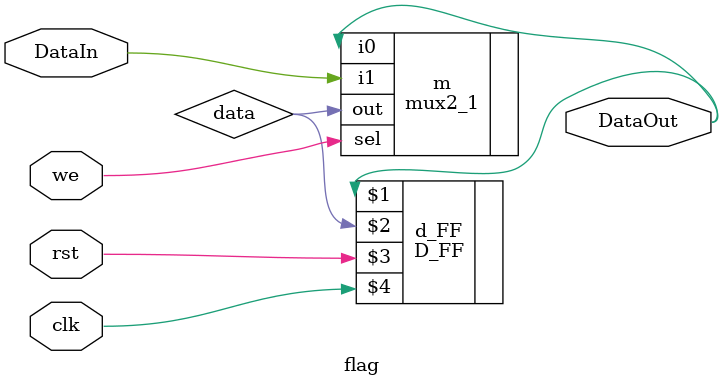
<source format=sv>
module flag(clk, rst, DataIn, DataOut, we);
	input clk, rst, we;
	input DataIn;
	output DataOut;
	logic data;   
	mux2_1 m (.out(data), .i0(DataOut), .i1(DataIn), .sel(we));	
	D_FF d_FF(DataOut, data, rst, clk);	
endmodule

</source>
